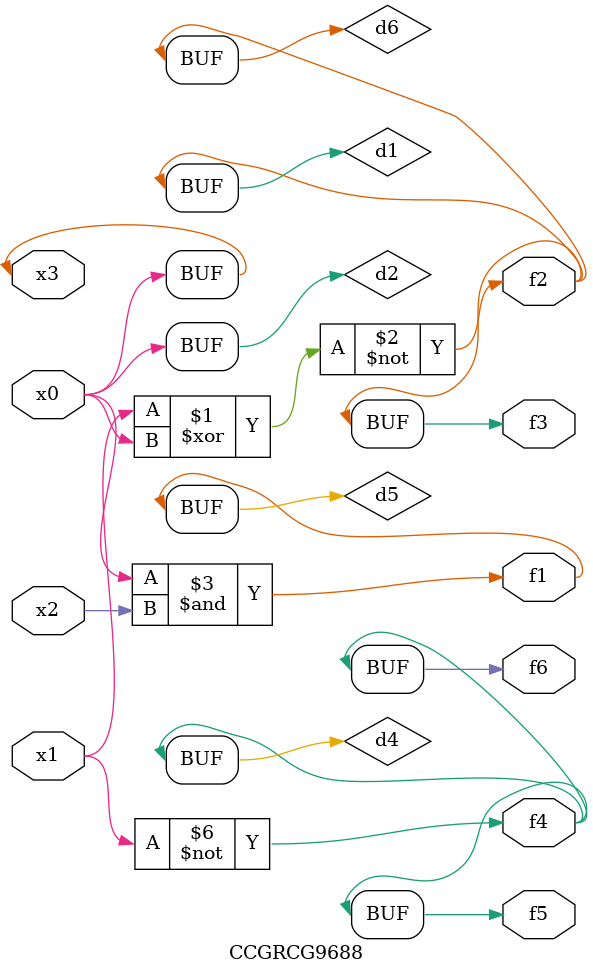
<source format=v>
module CCGRCG9688(
	input x0, x1, x2, x3,
	output f1, f2, f3, f4, f5, f6
);

	wire d1, d2, d3, d4, d5, d6;

	xnor (d1, x1, x3);
	buf (d2, x0, x3);
	nand (d3, x0, x2);
	not (d4, x1);
	nand (d5, d3);
	or (d6, d1);
	assign f1 = d5;
	assign f2 = d6;
	assign f3 = d6;
	assign f4 = d4;
	assign f5 = d4;
	assign f6 = d4;
endmodule

</source>
